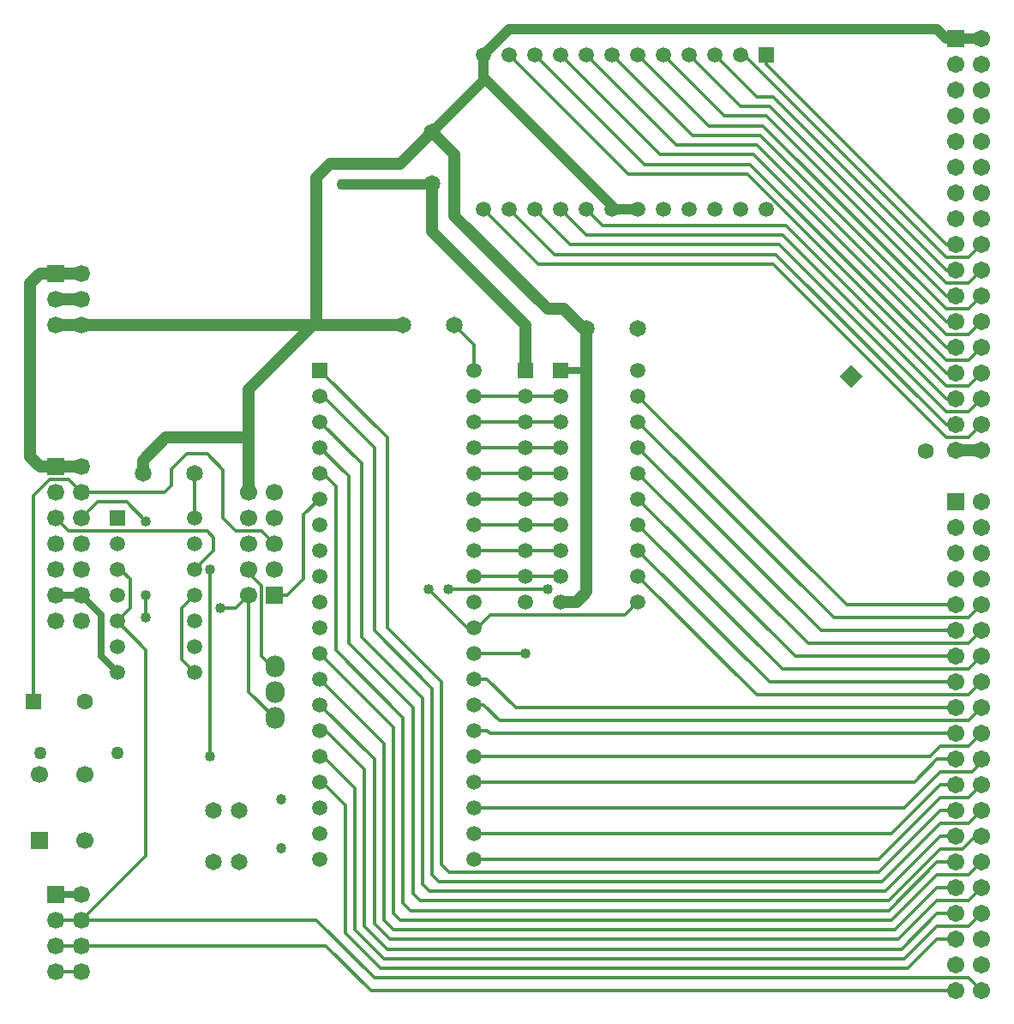
<source format=gbr>
G04 DipTrace 4.3.0.5*
G04 2 - Bottom.gbr*
%MOMM*%
G04 #@! TF.FileFunction,Copper,L2,Bot*
G04 #@! TF.Part,Single*
%AMOUTLINE0*
4,1,4,
0.0,1.1243,
1.1243,0.0,
0.0,-1.1243,
-1.1243,0.0,
0.0,1.1243,
0*%
G04 #@! TA.AperFunction,Conductor*
%ADD16C,1.0*%
%ADD18C,0.3302*%
%ADD19C,1.2*%
%ADD20C,0.6604*%
%ADD21C,0.33*%
G04 #@! TA.AperFunction,ComponentPad*
%ADD22C,1.6*%
%ADD24C,1.65*%
%ADD25R,1.1X1.1*%
%ADD26C,1.1*%
%ADD27R,1.6X1.6*%
%ADD28C,1.59*%
%ADD29R,1.71X1.71*%
%ADD30C,1.71*%
%ADD31R,1.7X1.7*%
%ADD32C,1.7*%
%ADD33R,1.69X1.69*%
%ADD34C,1.69*%
%ADD35O,1.905X2.159*%
%ADD36C,1.27*%
%ADD37C,1.27*%
%ADD38R,1.5X1.5*%
%ADD39C,1.5*%
%ADD40C,1.03*%
G04 #@! TA.AperFunction,ViaPad*
%ADD41C,1.016*%
G04 #@! TA.AperFunction,ComponentPad*
%ADD88OUTLINE0*%
%FSLAX35Y35*%
G04*
G71*
G90*
G75*
G01*
G04 Bottom*
%LPD*%
X-6540497Y3265500D2*
D16*
X-5656243D1*
X-5651493Y3270250D1*
X-8001000Y412750D2*
D18*
Y-31750D1*
X-4730750Y1428750D2*
D19*
Y1873250D1*
X-5651493Y2793993D1*
Y3270250D1*
X-7842250Y-2381250D2*
D18*
Y-539750D1*
X-9366250Y2127250D2*
D19*
X-9112250D1*
X-9366250Y-4508500D2*
D18*
X-9112250D1*
X-9366250Y476250D2*
D19*
X-9525000D1*
X-9620250Y571500D1*
Y2286000D1*
X-9525000Y2381250D1*
X-9366250D1*
X-9112250D1*
X-9366250Y476250D2*
X-9112250D1*
X-3619500Y1174747D2*
D18*
X-1555753Y-889000D1*
X-476250D1*
X-3619500Y920747D2*
X-1682753Y-1016000D1*
X-349250D1*
X-222250Y-889000D1*
X-3619500Y666750D2*
X-1809750Y-1143000D1*
X-476250D1*
X-3619500Y412747D2*
X-1936753Y-1270000D1*
X-349250D1*
X-222250Y-1143000D1*
X-3619500Y158747D2*
X-2063753Y-1397000D1*
X-476250D1*
X-3619500Y-95250D2*
X-2190750Y-1524000D1*
X-349250D1*
X-222250Y-1397000D1*
X-3619500Y-349253D2*
X-2317753Y-1651000D1*
X-476250D1*
X-3619500Y-603253D2*
X-2444753Y-1778000D1*
X-349250D1*
X-222250Y-1651000D1*
X-5238680Y-3397227D2*
X-1238227D1*
X-635000Y-2794000D1*
X-349250D1*
X-222250Y-2667000D1*
X-5238687Y-3143227D2*
X-1111227D1*
X-635000Y-2667000D1*
X-476250D1*
X-5238693Y-2889227D2*
X-984227D1*
X-635000Y-2540000D1*
X-317500D1*
X-222250Y-2444750D1*
Y-2413000D1*
X-5238700Y-2635227D2*
X-888977D1*
X-666750Y-2413000D1*
X-476250D1*
X-5238710Y-2381227D2*
X-730227D1*
X-635000Y-2286000D1*
X-349250D1*
X-222250Y-2159000D1*
X-5238717Y-2127227D2*
X-5111773D1*
X-5080000Y-2159000D1*
X-476250D1*
X-5238723Y-1873227D2*
X-5143523D1*
X-4984750Y-2032000D1*
X-349250D1*
X-222250Y-1905000D1*
X-5238730Y-1619227D2*
X-5111773D1*
X-4826000Y-1905000D1*
X-476250D1*
X-5238813Y1174773D2*
X-5238790Y1174750D1*
X-4730750D1*
X-4381500D1*
X-5238807Y920773D2*
X-5238783Y920750D1*
X-4730750D1*
X-4381500D1*
X-5238800Y666773D2*
X-4730750D1*
Y666750D1*
X-4381500D1*
X-5238790Y412773D2*
X-4730750D1*
Y412750D1*
X-4381500D1*
Y412747D1*
X-5238783Y158773D2*
X-4730750D1*
Y158750D1*
X-4381500D1*
Y158747D1*
X-5238777Y-95227D2*
X-4730750D1*
Y-95250D1*
X-4381500D1*
X-5238770Y-349227D2*
X-5206980D1*
X-5206957Y-349250D1*
X-4730750D1*
X-4381500D1*
Y-349253D1*
X-5238760Y-603227D2*
X-4730750D1*
Y-603250D1*
X-4381500D1*
Y-603253D1*
X-3873500Y3016250D2*
D16*
X-3619500D1*
X-3841750D1*
X-5143500Y4318000D1*
Y4540250D1*
X-4889500Y4794250D1*
X-666750D1*
X-571500Y4699000D1*
X-476250D1*
X-5651507Y3778250D2*
X-5143500Y4286257D1*
Y4540250D1*
X-4381500Y-857250D2*
D19*
X-4222750D1*
X-4127500Y-762000D1*
Y1841500D1*
X-7461245Y-539752D2*
D21*
Y-571505D1*
X-7334250Y-698500D1*
Y-1397000D1*
X-7235697Y-1495553D1*
X-7202583D1*
X-4127500Y1841500D2*
D19*
X-4159250D1*
X-4349750Y2032000D1*
X-4508500D1*
X-5429250Y2952750D1*
Y3555993D1*
X-5651507Y3778250D1*
X-4127500Y1841500D2*
D20*
Y1428750D1*
X-4381500D1*
X-8509000Y412750D2*
D19*
Y539750D1*
X-8286750Y762000D1*
X-7461250D1*
Y222257D1*
X-7461259Y222248D1*
X-9112250Y-793750D2*
D20*
X-8921750Y-984250D1*
Y-1397000D1*
X-8763000Y-1555750D1*
X-5937250Y1873250D2*
D19*
X-6826250D1*
X-7461259Y1238241D1*
Y222248D1*
X-5937250Y1873250D2*
X-6794500D1*
Y3333750D1*
X-6662750Y3465500D1*
X-6540503D1*
X-5651507Y3778250D2*
X-5964257Y3465500D1*
X-6540503D1*
X-9112250Y1873250D2*
X-5937250D1*
X-476250Y4699000D2*
D16*
X-222250D1*
X-9112250Y1873250D2*
D19*
X-9366250D1*
Y-793750D2*
D20*
X-9112250D1*
X-9366250Y-3746500D2*
X-9112250D1*
X-8001000Y-1555750D2*
D18*
X-8128000Y-1428750D1*
Y-920750D1*
X-8001000Y-793750D1*
X-9112250Y-4254500D2*
X-6699250D1*
X-6254750Y-4699000D1*
X-476250D1*
X-9366250Y-4254500D2*
X-9112250D1*
Y-4000500D2*
X-8477250Y-3365500D1*
Y-1333500D1*
X-8763000Y-1047750D1*
X-8636000Y-920750D1*
Y-635000D1*
X-8731250Y-539750D1*
X-8763000D1*
X-9112250Y-4000500D2*
X-6794500D1*
X-6223000Y-4572000D1*
X-349250D1*
X-222250Y-4699000D1*
X-9366250Y-4000500D2*
X-9112250D1*
X-222250Y635000D2*
D19*
X-476250D1*
X-5238747Y-1111227D2*
D18*
X-5206977D1*
X-5080000Y-984250D1*
X-3746500D1*
X-3619500Y-857250D1*
X-5683250Y-730250D2*
X-5302273Y-1111227D1*
X-5238747D1*
X-4730750Y-1365227D2*
X-5238740D1*
X-7207240Y-793747D2*
X-7080247D1*
X-6921500Y-635000D1*
Y10D1*
X-6762783Y158727D1*
X-6762710Y-2381273D2*
X-6730977D1*
X-6413500Y-2698750D1*
Y-4095750D1*
X-6127750Y-4381500D1*
X-984250D1*
X-666750Y-4064000D1*
X-349250D1*
X-222250Y-3937000D1*
X-6762700Y-2635273D2*
X-6737547D1*
X-6508750Y-2864070D1*
Y-4127500D1*
X-6159500Y-4476750D1*
X-952500D1*
X-666750Y-4191000D1*
X-476250D1*
X-6762740Y-1365273D2*
X-6032500Y-2095510D1*
Y-3930453D1*
X-5962453Y-4000500D1*
X-1111250D1*
X-666750Y-3556000D1*
X-349250D1*
X-222250Y-3429000D1*
X-6762730Y-1619273D2*
X-6127750Y-2254253D1*
Y-4000500D1*
X-6032500Y-4095750D1*
X-1079500D1*
X-666750Y-3683000D1*
X-476250D1*
X-6762723Y-1873273D2*
X-6223000Y-2412997D1*
Y-4032250D1*
X-6064250Y-4191000D1*
X-1047750D1*
X-666750Y-3810000D1*
X-349250D1*
X-222250Y-3683000D1*
X-6762717Y-2127273D2*
X-6699227D1*
X-6318250Y-2508250D1*
Y-4064000D1*
X-6096000Y-4286250D1*
X-1016000D1*
X-666750Y-3937000D1*
X-476250D1*
X-6762820Y1428727D2*
X-6096000Y761907D1*
Y-1111250D1*
X-5556250Y-1651000D1*
Y-3454203D1*
X-5486203Y-3524250D1*
X-1238250D1*
X-635000Y-2921000D1*
X-476250D1*
X-6762813Y1174727D2*
X-6730977D1*
X-6223000Y666750D1*
Y-1143000D1*
X-5651500Y-1714500D1*
Y-3549453D1*
X-5581453Y-3619500D1*
X-1206500D1*
X-635000Y-3048000D1*
X-349250D1*
X-222250Y-2921000D1*
X-7461241Y-793752D2*
Y-1744883D1*
X-7202573Y-2003550D1*
X-5238821Y1428772D2*
Y1682821D1*
X-5429250Y1873250D1*
X-7747000Y-920750D2*
X-7588238D1*
X-7461241Y-793752D1*
X-9112250Y222250D2*
X-8293297D1*
X-8223250Y292297D1*
Y451047D1*
X-8071047Y603250D1*
X-7874000D1*
X-7715250Y444500D1*
Y-31750D1*
X-7588250Y-158750D1*
X-7334248D1*
X-7207250Y-285748D1*
X-9588500Y-1841500D2*
Y190500D1*
X-9429750Y349250D1*
X-9239250D1*
X-9112250Y222250D1*
X-5492750Y-730250D2*
X-4507953D1*
X-6762807Y920727D2*
X-6350000Y507923D1*
Y-1206500D1*
X-5746750Y-1809750D1*
Y-3644703D1*
X-5676703Y-3714750D1*
X-1174750D1*
X-635000Y-3175000D1*
X-476250D1*
X-222250D2*
X-285750D1*
X-412750Y-3302000D1*
X-635000D1*
X-1143000Y-3810000D1*
X-5771953D1*
X-5842000Y-3739953D1*
Y-1905000D1*
X-6477000Y-1270000D1*
Y380930D1*
X-6762800Y666727D1*
X-476250Y-3429000D2*
X-666750D1*
X-1143000Y-3905250D1*
X-5867203D1*
X-5937250Y-3835203D1*
Y-2000250D1*
X-6604000Y-1333500D1*
Y285750D1*
X-6730937Y412687D1*
X-6762750D1*
X-6762790Y412727D1*
X-9112250Y-31750D2*
X-8953500Y127000D1*
X-8667750D1*
X-8477250Y-63500D1*
Y-793750D2*
Y-1009453D1*
X-8001000Y-539750D2*
X-7810500Y-349250D1*
Y-222250D1*
X-7874000Y-158750D1*
X-9239250D1*
X-9366250Y-31750D1*
X-2349500Y4540250D2*
Y4445000D1*
X-571500Y2667000D1*
X-476250D1*
X-2603500Y4540250D2*
X-2571750D1*
X-571500Y2540000D1*
X-349250D1*
X-222250Y2667000D1*
X-2857500Y4540250D2*
X-2444750Y4127500D1*
X-2286000D1*
X-571500Y2413000D1*
X-476250D1*
X-3111500Y4540250D2*
X-2603500Y4032250D1*
X-2317750D1*
X-571500Y2286000D1*
X-349250D1*
X-222250Y2413000D1*
X-3365500Y4540250D2*
X-2762250Y3937000D1*
X-2349500D1*
X-571500Y2159000D1*
X-476250D1*
X-3619500Y4540250D2*
X-2921000Y3841750D1*
X-2381250D1*
X-571500Y2032000D1*
X-349250D1*
X-222250Y2159000D1*
X-3873500Y4540250D2*
X-3079750Y3746500D1*
X-2413000D1*
X-571500Y1905000D1*
X-476250D1*
X-4127500Y4540250D2*
X-3238500Y3651250D1*
X-2444750D1*
X-571500Y1778000D1*
X-349250D1*
X-222250Y1905000D1*
X-4381500Y4540250D2*
X-3397250Y3556000D1*
X-2476500D1*
X-571500Y1651000D1*
X-476250D1*
X-4635500Y4540250D2*
X-3556000Y3460750D1*
X-2508250D1*
X-571500Y1524000D1*
X-349250D1*
X-222250Y1651000D1*
X-4889500Y4540250D2*
X-3714750Y3365500D1*
X-2540000D1*
X-571500Y1397000D1*
X-476250D1*
X-5143500Y3016250D2*
X-4603750Y2476500D1*
X-2286000D1*
X-571500Y762000D1*
X-349250D1*
X-222250Y889000D1*
X-4889500Y3016250D2*
X-4445000Y2571750D1*
X-2254250D1*
X-571500Y889000D1*
X-476250D1*
X-4635500Y3016250D2*
X-4286250Y2667000D1*
X-2222500D1*
X-571500Y1016000D1*
X-349250D1*
X-222250Y1143000D1*
X-4381500Y3016250D2*
X-4127500Y2762250D1*
X-2190750D1*
X-571500Y1143000D1*
X-476250D1*
X-4127500Y3016250D2*
X-3968750Y2857500D1*
X-2159000D1*
X-571500Y1270000D1*
X-349250D1*
X-222250Y1397000D1*
D41*
X-7842250Y-2381250D3*
Y-539750D3*
X-5683250Y-730250D3*
X-4730750Y-1365227D3*
X-7747000Y-920750D3*
X-5492750Y-730250D3*
X-4507953D3*
X-8477250Y-63500D3*
Y-793750D3*
Y-1009453D3*
D24*
X-5651507Y3778250D3*
X-5651493Y3270250D3*
D25*
X-6540503Y3465500D3*
D26*
X-6540497Y3265500D3*
D24*
X-8509000Y412750D3*
X-8001000D3*
X-5429250Y1873250D3*
X-5937250D3*
D22*
X-9080500Y-1841500D3*
D27*
X-9588500D3*
D24*
X-7810500Y-3429000D3*
Y-2921000D3*
X-7556500Y-3429000D3*
Y-2921000D3*
X-3619500Y1841500D3*
X-4127500D3*
D88*
X-1513524Y1370651D3*
D28*
X-772476Y629603D3*
D29*
X-476250Y127000D3*
D30*
X-222250D3*
X-476250Y-127000D3*
X-222250D3*
X-476250Y-381000D3*
X-222250D3*
X-476250Y-635000D3*
X-222250D3*
X-476250Y-889000D3*
X-222250D3*
X-476250Y-1143000D3*
X-222250D3*
X-476250Y-1397000D3*
X-222250D3*
X-476250Y-1651000D3*
X-222250D3*
X-476250Y-1905000D3*
X-222250D3*
X-476250Y-2159000D3*
X-222250D3*
X-476250Y-2413000D3*
X-222250D3*
X-476250Y-2667000D3*
X-222250D3*
X-476250Y-2921000D3*
X-222250D3*
X-476250Y-3175000D3*
X-222250D3*
X-476250Y-3429000D3*
X-222250D3*
X-476250Y-3683000D3*
X-222250D3*
X-476250Y-3937000D3*
X-222250D3*
X-476250Y-4191000D3*
X-222250D3*
X-476250Y-4445000D3*
X-222250D3*
X-476250Y-4699000D3*
X-222250D3*
D29*
X-476250Y4699000D3*
D30*
X-222250D3*
X-476250Y4445000D3*
X-222250D3*
X-476250Y4191000D3*
X-222250D3*
X-476250Y3937000D3*
X-222250D3*
X-476250Y3683000D3*
X-222250D3*
X-476250Y3429000D3*
X-222250D3*
X-476250Y3175000D3*
X-222250D3*
X-476250Y2921000D3*
X-222250D3*
X-476250Y2667000D3*
X-222250D3*
X-476250Y2413000D3*
X-222250D3*
X-476250Y2159000D3*
X-222250D3*
X-476250Y1905000D3*
X-222250D3*
X-476250Y1651000D3*
X-222250D3*
X-476250Y1397000D3*
X-222250D3*
X-476250Y1143000D3*
X-222250D3*
X-476250Y889000D3*
X-222250D3*
X-476250Y635000D3*
X-222250D3*
D31*
X-7207241Y-793748D3*
D32*
X-7461241Y-793752D3*
X-7207245Y-539748D3*
X-7461245Y-539752D3*
X-7207250Y-285748D3*
X-7461250Y-285752D3*
X-7207255Y-31748D3*
X-7461255Y-31752D3*
X-7207259Y222252D3*
X-7461259Y222248D3*
D33*
X-9366250Y-3746500D3*
D34*
X-9112250D3*
X-9366250Y-4000500D3*
X-9112250D3*
X-9366250Y-4254500D3*
X-9112250D3*
X-9366250Y-4508500D3*
X-9112250D3*
D33*
X-9366250Y476250D3*
D34*
X-9112250D3*
X-9366250Y222250D3*
X-9112250D3*
X-9366250Y-31750D3*
X-9112250D3*
X-9366250Y-285750D3*
X-9112250D3*
X-9366250Y-539750D3*
X-9112250D3*
X-9366250Y-793750D3*
X-9112250D3*
X-9366250Y-1047750D3*
X-9112250D3*
D35*
X-7202583Y-1495553D3*
X-7202573Y-2003550D3*
X-7202577Y-1749553D3*
D36*
X-9525000Y-2349508D3*
D37*
X-8763000Y-2349492D3*
D38*
X-4730750Y1428750D3*
D39*
Y1174750D3*
Y920750D3*
Y666750D3*
Y412750D3*
Y158750D3*
Y-95250D3*
Y-349250D3*
Y-603250D3*
Y-857250D3*
D31*
X-9527750Y-3214250D3*
D32*
X-9077750D3*
Y-2564250D3*
X-9527750D3*
D38*
X-2349500Y4540250D3*
D39*
X-2603500D3*
X-2857500D3*
X-3111500D3*
X-3365500D3*
X-3619500D3*
X-3873500D3*
X-4127500D3*
X-4381500D3*
X-4635500D3*
X-4889500D3*
X-5143500D3*
Y3016250D3*
X-4889500D3*
X-4635500D3*
X-4381500D3*
X-4127500D3*
X-3873500D3*
X-3619500D3*
X-3365500D3*
X-3111500D3*
X-2857500D3*
X-2603500D3*
X-2349500D3*
D38*
X-6762821Y1428728D3*
D39*
X-6762813Y1174728D3*
X-6762806Y920728D3*
X-6762798Y666728D3*
X-6762791Y412728D3*
X-6762783Y158728D3*
X-6762776Y-95272D3*
X-6762769Y-349272D3*
X-6762761Y-603272D3*
X-6762754Y-857272D3*
X-6762746Y-1111272D3*
X-6762739Y-1365272D3*
X-6762731Y-1619272D3*
X-6762724Y-1873272D3*
X-6762716Y-2127272D3*
X-6762709Y-2381272D3*
X-6762701Y-2635272D3*
X-6762694Y-2889272D3*
X-6762686Y-3143272D3*
X-6762679Y-3397272D3*
X-5238679Y-3397228D3*
X-5238686Y-3143228D3*
X-5238694Y-2889228D3*
X-5238701Y-2635228D3*
X-5238709Y-2381228D3*
X-5238716Y-2127228D3*
X-5238724Y-1873228D3*
X-5238731Y-1619228D3*
X-5238739Y-1365228D3*
X-5238746Y-1111228D3*
X-5238754Y-857228D3*
X-5238761Y-603228D3*
X-5238769Y-349228D3*
X-5238776Y-95228D3*
X-5238783Y158772D3*
X-5238791Y412772D3*
X-5238798Y666772D3*
X-5238806Y920772D3*
X-5238813Y1174772D3*
X-5238821Y1428772D3*
D38*
X-8763000Y-31750D3*
D39*
Y-285750D3*
Y-539750D3*
Y-793750D3*
Y-1047750D3*
Y-1301750D3*
Y-1555750D3*
X-8001000D3*
Y-1301750D3*
Y-1047750D3*
Y-793750D3*
Y-539750D3*
Y-285750D3*
Y-31750D3*
D38*
X-4381500Y1428750D3*
D39*
Y1174750D3*
Y920750D3*
Y666750D3*
Y412747D3*
Y158747D3*
Y-95250D3*
Y-349253D3*
Y-603253D3*
Y-857250D3*
X-3619500Y1428747D3*
Y1174747D3*
Y920747D3*
Y666750D3*
Y412747D3*
Y158747D3*
Y-95250D3*
Y-349253D3*
Y-603253D3*
Y-857250D3*
D40*
X-7143750Y-2804000D3*
Y-3292000D3*
D33*
X-9366250Y2381250D3*
D34*
X-9112250D3*
X-9366250Y2127250D3*
X-9112250D3*
X-9366250Y1873250D3*
X-9112250D3*
M02*

</source>
